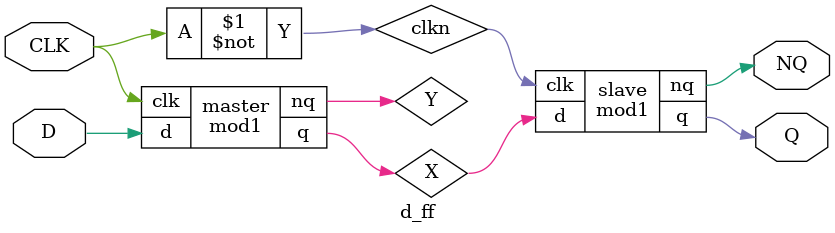
<source format=v>
module mod1(d,clk,q,nq);
	input d,clk;
	output q,nq;
	wire x1,y1,dn;
	
	nand n1(x,d,clk);
	not n(dn,d);
	nand n2(y,dn,clk);
	nand n3(q,x,nq);
	nand n4(nq,y,q);
endmodule

module d_ff(D,CLK,Q,NQ);
	input D,CLK;
	output Q,NQ;
	
	wire X,Y;
	mod1 master(D,CLK,X,Y);
	wire clkn;
	not clk_not(clkn,CLK);
	
	mod1 slave(X,clkn,Q,NQ);
endmodule

//temp
	
	

</source>
